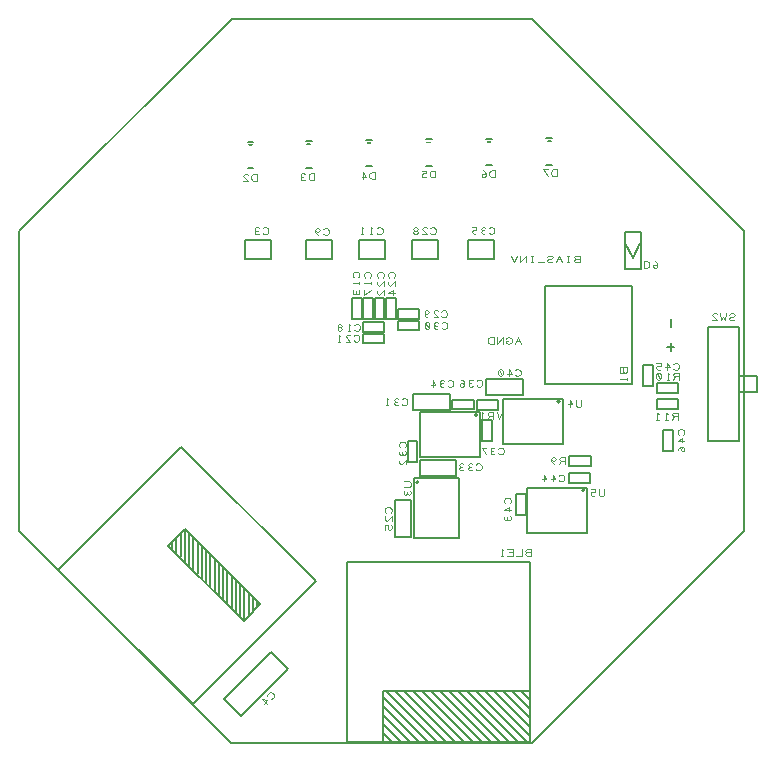
<source format=gbr>
G04 EasyPC Gerber Version 21.0.3 Build 4286 *
G04 #@! TF.Part,Single*
G04 #@! TF.FileFunction,Legend,Bot *
G04 #@! TF.FilePolarity,Positive *
%FSLAX35Y35*%
%MOIN*%
%ADD13C,0.00300*%
%ADD11C,0.00500*%
%ADD18C,0.00600*%
%ADD15C,0.00800*%
X0Y0D02*
D02*
D11*
X51593Y67456D02*
X51946Y67102D01*
Y65688*
X53360Y69224D02*
Y64274D01*
X54775Y70638D02*
Y62860D01*
X56189Y72052D02*
Y61446D01*
X57603Y70638D02*
Y60031D01*
X58805Y13574D02*
X13974Y58405D01*
X54987Y99417*
X99817Y54587*
X58805Y13574*
X59017Y69224D02*
Y58617D01*
X60431Y67810D02*
Y57203D01*
X61846Y66395D02*
Y55789D01*
X63260Y64981D02*
Y54375D01*
X64674Y63567D02*
Y52960D01*
X66088Y62153D02*
Y51546D01*
X67502Y60739D02*
Y50132D01*
X68917Y59324D02*
Y48718D01*
X70331Y57910D02*
Y47304D01*
X71745Y56496D02*
Y45889D01*
X73159Y55082D02*
Y44475D01*
X74574Y53667D02*
Y43061D01*
X75705Y41364D02*
X50673Y66395D01*
X56259Y71981*
X81291Y46950*
X75705Y41364*
X80230Y45889D02*
Y48011D01*
X78816Y49425*
Y44475*
X77402Y43061*
Y50839*
X75988Y52253*
Y41647*
X84725Y161959D02*
X76063D01*
Y168259*
X84725*
Y161959*
X90457Y25200D02*
X74900Y9643D01*
X69243Y15300*
X84800Y30857*
X90457Y25200*
X105125Y161959D02*
X96463D01*
Y168259*
X105125*
Y161959*
X115050Y149150D02*
X111850D01*
Y142050*
X115050*
Y149150*
X118850D02*
X115650D01*
Y142050*
X118850*
Y149150*
X122550Y133850D02*
Y137050D01*
X115450*
Y133850*
X122550*
Y137650D02*
Y140850D01*
X115450*
Y137650*
X122550*
X122650Y149150D02*
X119450D01*
Y142050*
X122650*
Y149150*
X122925Y161959D02*
X114263D01*
Y168259*
X122925*
Y161959*
X126450Y149150D02*
X123250D01*
Y142050*
X126450*
Y149150*
X133650Y101350D02*
X130450D01*
Y94250*
X133650*
Y101350*
X134350Y138250D02*
Y141450D01*
X127250*
Y138250*
X134350*
Y142050D02*
Y145250D01*
X127250*
Y142050*
X134350*
X137350Y1150D02*
X122350Y16150D01*
Y13150*
X134350Y1150*
X131350*
X122350Y10150*
Y7150*
X128350Y1150*
X125350*
X122350Y4150*
X140350Y1150D02*
X123350Y18150D01*
X140525Y161959D02*
X131863D01*
Y168259*
X140525*
Y161959*
X143350Y1150D02*
X126350Y18150D01*
X145350Y115050D02*
Y111850D01*
X152450*
Y115050*
X145350*
X146350Y1150D02*
X129350Y18150D01*
X149350Y1150D02*
X132350Y18150D01*
X152350Y1150D02*
X135350Y18150D01*
X155350Y1150D02*
X138350Y18150D01*
X155350Y101250D02*
X158550D01*
Y108350*
X155350*
Y101250*
X158350Y1150D02*
X141350Y18150D01*
X159325Y161959D02*
X150663D01*
Y168259*
X159325*
Y161959*
X160550Y111750D02*
Y114950D01*
X153450*
Y111750*
X160550*
X161350Y1150D02*
X144350Y18150D01*
X164350Y1150D02*
X147350Y18150D01*
X167350Y1150D02*
X150350Y18150D01*
X168900Y116600D02*
Y121900D01*
X156600*
Y116600*
X168900*
X169750Y83650D02*
X166550D01*
Y76550*
X169750*
Y83650*
X170350Y1150D02*
X153350Y18150D01*
X171350Y1150D02*
X122350D01*
Y18150*
X171350*
Y1150*
X110350*
Y61150*
X171350*
Y1150*
Y3150D02*
X156350Y18150D01*
X171350Y6150D02*
X159350Y18150D01*
X171350Y9150D02*
X162350Y18150D01*
X171350Y12150D02*
X165350Y18150D01*
X171350Y15150D02*
X168350Y18150D01*
X171950Y242050D02*
X71750D01*
X950Y171250*
Y71350*
X71650Y650*
X171750*
X242550Y71450*
Y171350*
X238550Y175350*
X171950Y242050*
X176350Y120450D02*
Y152950D01*
X205350*
Y120450*
X176350*
X191350Y87350D02*
Y90550D01*
X184250*
Y87350*
X191350*
X191450Y93150D02*
Y96350D01*
X184350*
Y93150*
X191450*
X202800Y158700D02*
X208100D01*
Y171000*
X202800*
Y158700*
X202950Y167350D02*
X205450Y162350D01*
X207950Y167350*
X212050Y126750D02*
X208850D01*
Y119650*
X212050*
Y126750*
X213550Y115350D02*
Y112150D01*
X220650*
Y115350*
X213550*
Y120650D02*
Y117450D01*
X220650*
Y120650*
X213550*
X218037Y131450D02*
Y133950D01*
X216787Y132700D02*
X219287D01*
X218037Y139450D02*
Y141950D01*
X218750Y104950D02*
X215550D01*
Y97850*
X218750*
Y104950*
X240950Y139250D02*
Y101250D01*
X230550*
Y139250*
X240950*
X246950Y122850D02*
Y117650D01*
X240950*
Y122850*
X246950*
D02*
D13*
X80150Y188113D02*
Y190363D01*
X79025*
X78650Y190175*
X78463Y189987*
X78275Y189613*
Y188863*
X78463Y188487*
X78650Y188300*
X79025Y188113*
X80150*
X75650D02*
X77150D01*
X75837Y189425*
X75650Y189800*
X75837Y190175*
X76213Y190363*
X76775*
X77150Y190175*
X82075Y170687D02*
X82263Y170500D01*
X82637Y170313*
X83200*
X83575Y170500*
X83763Y170687*
X83950Y171063*
Y171813*
X83763Y172187*
X83575Y172375*
X83200Y172563*
X82637*
X82263Y172375*
X82075Y172187*
X80763Y170500D02*
X80387Y170313D01*
X80013*
X79637Y170500*
X79450Y170875*
X79637Y171250*
X80013Y171437*
X80387*
X80013D02*
X79637Y171625D01*
X79450Y172000*
X79637Y172375*
X80013Y172563*
X80387*
X80763Y172375*
X84761Y15387D02*
X85026D01*
X85424Y15520*
X85822Y15917*
X85954Y16315*
X85955Y16580*
X85822Y16978*
X85291Y17509*
X84894Y17641*
X84628*
X84231Y17509*
X83833Y17111*
X83700Y16713*
Y16448*
X83568Y13664D02*
X81977Y15255D01*
X83700Y14857*
X82640Y13796*
X99250Y188313D02*
Y190563D01*
X98125*
X97750Y190375*
X97563Y190187*
X97375Y189813*
Y189063*
X97563Y188687*
X97750Y188500*
X98125Y188313*
X99250*
X96063Y188500D02*
X95687Y188313D01*
X95313*
X94937Y188500*
X94750Y188875*
X94937Y189250*
X95313Y189437*
X95687*
X95313D02*
X94937Y189625D01*
X94750Y190000*
X94937Y190375*
X95313Y190563*
X95687*
X96063Y190375*
X102275Y170387D02*
X102463Y170200D01*
X102837Y170013*
X103400*
X103775Y170200*
X103963Y170387*
X104150Y170763*
Y171513*
X103963Y171887*
X103775Y172075*
X103400Y172263*
X102837*
X102463Y172075*
X102275Y171887*
X100587Y170013D02*
X100213Y170200D01*
X99837Y170575*
X99650Y171137*
Y171700*
X99837Y172075*
X100213Y172263*
X100587*
X100963Y172075*
X101150Y171700*
X100963Y171325*
X100587Y171137*
X100213*
X99837Y171325*
X99650Y171700*
X112475Y134887D02*
X112663Y134700D01*
X113037Y134513*
X113600*
X113975Y134700*
X114163Y134887*
X114350Y135263*
Y136013*
X114163Y136387*
X113975Y136575*
X113600Y136763*
X113037*
X112663Y136575*
X112475Y136387*
X109850Y134513D02*
X111350D01*
X110037Y135825*
X109850Y136200*
X110037Y136575*
X110413Y136763*
X110975*
X111350Y136575*
X107975Y134513D02*
X107225D01*
X107600D02*
Y136763D01*
X107975Y136387*
X112675Y138487D02*
X112863Y138300D01*
X113237Y138113*
X113800*
X114175Y138300*
X114363Y138487*
X114550Y138863*
Y139613*
X114363Y139987*
X114175Y140175*
X113800Y140363*
X113237*
X112863Y140175*
X112675Y139987*
X111175Y138113D02*
X110425D01*
X110800D02*
Y140363D01*
X111175Y139987*
X107987Y139237D02*
X107613D01*
X107237Y139425*
X107050Y139800*
X107237Y140175*
X107613Y140363*
X107987*
X108363Y140175*
X108550Y139800*
X108363Y139425*
X107987Y139237*
X108363Y139050*
X108550Y138675*
X108363Y138300*
X107987Y138113*
X107613*
X107237Y138300*
X107050Y138675*
X107237Y139050*
X107613Y139237*
X113913Y155875D02*
X114100Y156063D01*
X114287Y156437*
Y157000*
X114100Y157375*
X113913Y157563*
X113537Y157750*
X112787*
X112413Y157563*
X112225Y157375*
X112037Y157000*
Y156437*
X112225Y156063*
X112413Y155875*
X114287Y154375D02*
Y153625D01*
Y154000D02*
X112037D01*
X112413Y154375*
X114100Y151563D02*
X114287Y151187D01*
Y150813*
X114100Y150437*
X113725Y150250*
X113350Y150437*
X113163Y150813*
Y151187*
Y150813D02*
X112975Y150437D01*
X112600Y150250*
X112225Y150437*
X112037Y150813*
Y151187*
X112225Y151563*
X117813Y155775D02*
X118000Y155963D01*
X118187Y156337*
Y156900*
X118000Y157275*
X117813Y157463*
X117437Y157650*
X116687*
X116313Y157463*
X116125Y157275*
X115937Y156900*
Y156337*
X116125Y155963*
X116313Y155775*
X118187Y154275D02*
Y153525D01*
Y153900D02*
X115937D01*
X116313Y154275*
X118187Y151650D02*
X115937Y150150D01*
Y151650*
X119550Y188713D02*
Y190963D01*
X118425*
X118050Y190775*
X117863Y190587*
X117675Y190213*
Y189463*
X117863Y189087*
X118050Y188900*
X118425Y188713*
X119550*
X115613D02*
Y190963D01*
X116550Y189463*
X115050*
X120175Y170687D02*
X120363Y170500D01*
X120737Y170313*
X121300*
X121675Y170500*
X121863Y170687*
X122050Y171063*
Y171813*
X121863Y172187*
X121675Y172375*
X121300Y172563*
X120737*
X120363Y172375*
X120175Y172187*
X118675Y170313D02*
X117925D01*
X118300D02*
Y172563D01*
X118675Y172187*
X115675Y170313D02*
X114925D01*
X115300D02*
Y172563D01*
X115675Y172187*
X122113Y155775D02*
X122300Y155963D01*
X122487Y156337*
Y156900*
X122300Y157275*
X122113Y157463*
X121737Y157650*
X120987*
X120613Y157463*
X120425Y157275*
X120237Y156900*
Y156337*
X120425Y155963*
X120613Y155775*
X122487Y153150D02*
Y154650D01*
X121175Y153337*
X120800Y153150*
X120425Y153337*
X120237Y153713*
Y154275*
X120425Y154650*
X122487Y150150D02*
Y151650D01*
X121175Y150337*
X120800Y150150*
X120425Y150337*
X120237Y150713*
Y151275*
X120425Y151650*
X124713Y77375D02*
X124900Y77563D01*
X125087Y77937*
Y78500*
X124900Y78875*
X124713Y79063*
X124337Y79250*
X123587*
X123213Y79063*
X123025Y78875*
X122837Y78500*
Y77937*
X123025Y77563*
X123213Y77375*
X125087Y74750D02*
Y76250D01*
X123775Y74937*
X123400Y74750*
X123025Y74937*
X122837Y75313*
Y75875*
X123025Y76250*
X124900Y73250D02*
X125087Y72875D01*
Y72313*
X124900Y71937*
X124525Y71750*
X124337*
X123963Y71937*
X123775Y72313*
Y73250*
X122837*
Y71750*
X125813Y155775D02*
X126000Y155963D01*
X126187Y156337*
Y156900*
X126000Y157275*
X125813Y157463*
X125437Y157650*
X124687*
X124313Y157463*
X124125Y157275*
X123937Y156900*
Y156337*
X124125Y155963*
X124313Y155775*
X126187Y153150D02*
Y154650D01*
X124875Y153337*
X124500Y153150*
X124125Y153337*
X123937Y153713*
Y154275*
X124125Y154650*
X126187Y150713D02*
X123937D01*
X125437Y151650*
Y150150*
X129413Y99275D02*
X129600Y99463D01*
X129787Y99837*
Y100400*
X129600Y100775*
X129413Y100963*
X129037Y101150*
X128287*
X127913Y100963*
X127725Y100775*
X127537Y100400*
Y99837*
X127725Y99463*
X127913Y99275*
X129600Y97963D02*
X129787Y97587D01*
Y97213*
X129600Y96837*
X129225Y96650*
X128850Y96837*
X128663Y97213*
Y97587*
Y97213D02*
X128475Y96837D01*
X128100Y96650*
X127725Y96837*
X127537Y97213*
Y97587*
X127725Y97963*
X129787Y93650D02*
Y95150D01*
X128475Y93837*
X128100Y93650*
X127725Y93837*
X127537Y94213*
Y94775*
X127725Y95150*
X128475Y113687D02*
X128663Y113500D01*
X129037Y113313*
X129600*
X129975Y113500*
X130163Y113687*
X130350Y114063*
Y114813*
X130163Y115187*
X129975Y115375*
X129600Y115563*
X129037*
X128663Y115375*
X128475Y115187*
X127163Y113500D02*
X126787Y113313D01*
X126413*
X126037Y113500*
X125850Y113875*
X126037Y114250*
X126413Y114437*
X126787*
X126413D02*
X126037Y114625D01*
X125850Y115000*
X126037Y115375*
X126413Y115563*
X126787*
X127163Y115375*
X123975Y113313D02*
X123225D01*
X123600D02*
Y115563D01*
X123975Y115187*
X129137Y87850D02*
X130825D01*
X131200Y87663*
X131387Y87287*
Y86537*
X131200Y86163*
X130825Y85975*
X129137*
X131200Y84663D02*
X131387Y84287D01*
Y83913*
X131200Y83537*
X130825Y83350*
X130450Y83537*
X130263Y83913*
Y84287*
Y83913D02*
X130075Y83537D01*
X129700Y83350*
X129325Y83537*
X129137Y83913*
Y84287*
X129325Y84663*
X139650Y189213D02*
Y191463D01*
X138525*
X138150Y191275*
X137963Y191087*
X137775Y190713*
Y189963*
X137963Y189587*
X138150Y189400*
X138525Y189213*
X139650*
X136650Y189400D02*
X136275Y189213D01*
X135713*
X135337Y189400*
X135150Y189775*
Y189963*
X135337Y190337*
X135713Y190525*
X136650*
Y191463*
X135150*
X137875Y170687D02*
X138063Y170500D01*
X138437Y170313*
X139000*
X139375Y170500*
X139563Y170687*
X139750Y171063*
Y171813*
X139563Y172187*
X139375Y172375*
X139000Y172563*
X138437*
X138063Y172375*
X137875Y172187*
X135250Y170313D02*
X136750D01*
X135437Y171625*
X135250Y172000*
X135437Y172375*
X135813Y172563*
X136375*
X136750Y172375*
X133187Y171437D02*
X132813D01*
X132437Y171625*
X132250Y172000*
X132437Y172375*
X132813Y172563*
X133187*
X133563Y172375*
X133750Y172000*
X133563Y171625*
X133187Y171437*
X133563Y171250*
X133750Y170875*
X133563Y170500*
X133187Y170313*
X132813*
X132437Y170500*
X132250Y170875*
X132437Y171250*
X132813Y171437*
X141675Y142987D02*
X141863Y142800D01*
X142237Y142613*
X142800*
X143175Y142800*
X143363Y142987*
X143550Y143363*
Y144113*
X143363Y144487*
X143175Y144675*
X142800Y144863*
X142237*
X141863Y144675*
X141675Y144487*
X139050Y142613D02*
X140550D01*
X139237Y143925*
X139050Y144300*
X139237Y144675*
X139613Y144863*
X140175*
X140550Y144675*
X136987Y142613D02*
X136613Y142800D01*
X136237Y143175*
X136050Y143737*
Y144300*
X136237Y144675*
X136613Y144863*
X136987*
X137363Y144675*
X137550Y144300*
X137363Y143925*
X136987Y143737*
X136613*
X136237Y143925*
X136050Y144300*
X141775Y139087D02*
X141963Y138900D01*
X142337Y138713*
X142900*
X143275Y138900*
X143463Y139087*
X143650Y139463*
Y140213*
X143463Y140587*
X143275Y140775*
X142900Y140963*
X142337*
X141963Y140775*
X141775Y140587*
X140463Y138900D02*
X140087Y138713D01*
X139713*
X139337Y138900*
X139150Y139275*
X139337Y139650*
X139713Y139837*
X140087*
X139713D02*
X139337Y140025D01*
X139150Y140400*
X139337Y140775*
X139713Y140963*
X140087*
X140463Y140775*
X137463Y138900D02*
X137087Y138713D01*
X136713*
X136337Y138900*
X136150Y139275*
Y140400*
X136337Y140775*
X136713Y140963*
X137087*
X137463Y140775*
X137650Y140400*
Y139275*
X137463Y138900*
X136337Y140775*
X143775Y119787D02*
X143963Y119600D01*
X144337Y119413*
X144900*
X145275Y119600*
X145463Y119787*
X145650Y120163*
Y120913*
X145463Y121287*
X145275Y121475*
X144900Y121663*
X144337*
X143963Y121475*
X143775Y121287*
X142463Y119600D02*
X142087Y119413D01*
X141713*
X141337Y119600*
X141150Y119975*
X141337Y120350*
X141713Y120537*
X142087*
X141713D02*
X141337Y120725D01*
X141150Y121100*
X141337Y121475*
X141713Y121663*
X142087*
X142463Y121475*
X138713Y119413D02*
Y121663D01*
X139650Y120163*
X138150*
X153175Y91987D02*
X153363Y91800D01*
X153737Y91613*
X154300*
X154675Y91800*
X154863Y91987*
X155050Y92363*
Y93113*
X154863Y93487*
X154675Y93675*
X154300Y93863*
X153737*
X153363Y93675*
X153175Y93487*
X151863Y91800D02*
X151487Y91613D01*
X151113*
X150737Y91800*
X150550Y92175*
X150737Y92550*
X151113Y92737*
X151487*
X151113D02*
X150737Y92925D01*
X150550Y93300*
X150737Y93675*
X151113Y93863*
X151487*
X151863Y93675*
X148863Y91800D02*
X148487Y91613D01*
X148113*
X147737Y91800*
X147550Y92175*
X147737Y92550*
X148113Y92737*
X148487*
X148113D02*
X147737Y92925D01*
X147550Y93300*
X147737Y93675*
X148113Y93863*
X148487*
X148863Y93675*
X153375Y119887D02*
X153563Y119700D01*
X153937Y119513*
X154500*
X154875Y119700*
X155063Y119887*
X155250Y120263*
Y121013*
X155063Y121387*
X154875Y121575*
X154500Y121763*
X153937*
X153563Y121575*
X153375Y121387*
X152063Y119700D02*
X151687Y119513D01*
X151313*
X150937Y119700*
X150750Y120075*
X150937Y120450*
X151313Y120637*
X151687*
X151313D02*
X150937Y120825D01*
X150750Y121200*
X150937Y121575*
X151313Y121763*
X151687*
X152063Y121575*
X149250Y120075D02*
X149063Y120450D01*
X148687Y120637*
X148313*
X147937Y120450*
X147750Y120075*
X147937Y119700*
X148313Y119513*
X148687*
X149063Y119700*
X149250Y120075*
Y120637*
X149063Y121200*
X148687Y121575*
X148313Y121763*
X157475Y170787D02*
X157663Y170600D01*
X158037Y170413*
X158600*
X158975Y170600*
X159163Y170787*
X159350Y171163*
Y171913*
X159163Y172287*
X158975Y172475*
X158600Y172663*
X158037*
X157663Y172475*
X157475Y172287*
X156163Y170600D02*
X155787Y170413D01*
X155413*
X155037Y170600*
X154850Y170975*
X155037Y171350*
X155413Y171537*
X155787*
X155413D02*
X155037Y171725D01*
X154850Y172100*
X155037Y172475*
X155413Y172663*
X155787*
X156163Y172475*
X153350Y170600D02*
X152975Y170413D01*
X152413*
X152037Y170600*
X151850Y170975*
Y171163*
X152037Y171537*
X152413Y171725*
X153350*
Y172663*
X151850*
X159550Y189313D02*
Y191563D01*
X158425*
X158050Y191375*
X157863Y191187*
X157675Y190813*
Y190063*
X157863Y189687*
X158050Y189500*
X158425Y189313*
X159550*
X156550Y189875D02*
X156363Y190250D01*
X155987Y190437*
X155613*
X155237Y190250*
X155050Y189875*
X155237Y189500*
X155613Y189313*
X155987*
X156363Y189500*
X156550Y189875*
Y190437*
X156363Y191000*
X155987Y191375*
X155613Y191563*
X161950Y110963D02*
X161013Y108713D01*
X160075Y110963*
X158950Y108713D02*
Y110963D01*
X157637*
X157263Y110775*
X157075Y110400*
X157263Y110025*
X157637Y109837*
X158950*
X157637D02*
X157075Y108713D01*
X155575D02*
X154825D01*
X155200D02*
Y110963D01*
X155575Y110587*
X160675Y97287D02*
X160863Y97100D01*
X161237Y96913*
X161800*
X162175Y97100*
X162363Y97287*
X162550Y97663*
Y98413*
X162363Y98787*
X162175Y98975*
X161800Y99163*
X161237*
X160863Y98975*
X160675Y98787*
X159363Y97100D02*
X158987Y96913D01*
X158613*
X158237Y97100*
X158050Y97475*
X158237Y97850*
X158613Y98037*
X158987*
X158613D02*
X158237Y98225D01*
X158050Y98600*
X158237Y98975*
X158613Y99163*
X158987*
X159363Y98975*
X156550Y96913D02*
X155050Y99163D01*
X156550*
X164413Y80575D02*
X164600Y80763D01*
X164787Y81137*
Y81700*
X164600Y82075*
X164413Y82263*
X164037Y82450*
X163287*
X162913Y82263*
X162725Y82075*
X162537Y81700*
Y81137*
X162725Y80763*
X162913Y80575*
X164787Y78513D02*
X162537D01*
X164037Y79450*
Y77950*
X164600Y76263D02*
X164787Y75887D01*
Y75513*
X164600Y75137*
X164225Y74950*
X163850Y75137*
X163663Y75513*
Y75887*
Y75513D02*
X163475Y75137D01*
X163100Y74950*
X162725Y75137*
X162537Y75513*
Y75887*
X162725Y76263*
X166175Y123387D02*
X166363Y123200D01*
X166737Y123013*
X167300*
X167675Y123200*
X167863Y123387*
X168050Y123763*
Y124513*
X167863Y124887*
X167675Y125075*
X167300Y125263*
X166737*
X166363Y125075*
X166175Y124887*
X164113Y123013D02*
Y125263D01*
X165050Y123763*
X163550*
X161863Y123200D02*
X161487Y123013D01*
X161113*
X160737Y123200*
X160550Y123575*
Y124700*
X160737Y125075*
X161113Y125263*
X161487*
X161863Y125075*
X162050Y124700*
Y123575*
X161863Y123200*
X160737Y125075*
X168050Y133713D02*
X167113Y135963D01*
X166175Y133713*
X167675Y134650D02*
X166550D01*
X163737D02*
X163175D01*
Y134463*
X163363Y134087*
X163550Y133900*
X163925Y133713*
X164300*
X164675Y133900*
X164863Y134087*
X165050Y134463*
Y135213*
X164863Y135587*
X164675Y135775*
X164300Y135963*
X163925*
X163550Y135775*
X163363Y135587*
X163175Y135213*
X162050Y133713D02*
Y135963D01*
X160175Y133713*
Y135963*
X159050Y133713D02*
Y135963D01*
X157925*
X157550Y135775*
X157363Y135587*
X157175Y135213*
Y134463*
X157363Y134087*
X157550Y133900*
X157925Y133713*
X159050*
X170237Y64237D02*
X169863Y64050D01*
X169675Y63675*
X169863Y63300*
X170237Y63113*
X171550*
Y65363*
X170237*
X169863Y65175*
X169675Y64800*
X169863Y64425*
X170237Y64237*
X171550*
X168550Y65363D02*
Y63113D01*
X166675*
X165550D02*
Y65363D01*
X163675*
X164050Y64237D02*
X165550D01*
Y63113D02*
X163675D01*
X162175D02*
X161425D01*
X161800D02*
Y65363D01*
X162175Y64987*
X180150Y189613D02*
Y191863D01*
X179025*
X178650Y191675*
X178463Y191487*
X178275Y191113*
Y190363*
X178463Y189987*
X178650Y189800*
X179025Y189613*
X180150*
X177150D02*
X175650Y191863D01*
X177150*
X180775Y88287D02*
X180963Y88100D01*
X181337Y87913*
X181900*
X182275Y88100*
X182463Y88287*
X182650Y88663*
Y89413*
X182463Y89787*
X182275Y89975*
X181900Y90163*
X181337*
X180963Y89975*
X180775Y89787*
X178713Y87913D02*
Y90163D01*
X179650Y88663*
X178150*
X175713Y87913D02*
Y90163D01*
X176650Y88663*
X175150*
X182850Y93713D02*
Y95963D01*
X181537*
X181163Y95775*
X180975Y95400*
X181163Y95025*
X181537Y94837*
X182850*
X181537D02*
X180975Y93713D01*
X179287D02*
X178913Y93900D01*
X178537Y94275*
X178350Y94837*
Y95400*
X178537Y95775*
X178913Y95963*
X179287*
X179663Y95775*
X179850Y95400*
X179663Y95025*
X179287Y94837*
X178913*
X178537Y95025*
X178350Y95400*
X186437Y162037D02*
X186063Y161850D01*
X185875Y161475*
X186063Y161100*
X186437Y160913*
X187750*
Y163163*
X186437*
X186063Y162975*
X185875Y162600*
X186063Y162225*
X186437Y162037*
X187750*
X184187Y160913D02*
X183437D01*
X183813D02*
Y163163D01*
X184187D02*
X183437D01*
X181750Y160913D02*
X180813Y163163D01*
X179875Y160913*
X181375Y161850D02*
X180250D01*
X178750Y161475D02*
X178563Y161100D01*
X178187Y160913*
X177437*
X177063Y161100*
X176875Y161475*
X177063Y161850*
X177437Y162037*
X178187*
X178563Y162225*
X178750Y162600*
X178563Y162975*
X178187Y163163*
X177437*
X177063Y162975*
X176875Y162600*
X175750Y160913D02*
X173875D01*
X172187D02*
X171437D01*
X171813D02*
Y163163D01*
X172187D02*
X171437D01*
X169750Y160913D02*
Y163163D01*
X167875Y160913*
Y163163*
X166750D02*
X165813Y160913D01*
X164875Y163163*
X188350Y115063D02*
Y113375D01*
X188163Y113000*
X187787Y112813*
X187037*
X186663Y113000*
X186475Y113375*
Y115063*
X184413Y112813D02*
Y115063D01*
X185350Y113563*
X183850*
X195950Y85363D02*
Y83675D01*
X195763Y83300*
X195387Y83113*
X194637*
X194263Y83300*
X194075Y83675*
Y85363*
X192950Y83300D02*
X192575Y83113D01*
X192013*
X191637Y83300*
X191450Y83675*
Y83863*
X191637Y84237*
X192013Y84425*
X192950*
Y85363*
X191450*
X202263Y124537D02*
X202450Y124163D01*
X202825Y123975*
X203200Y124163*
X203387Y124537*
Y125850*
X201137*
Y124537*
X201325Y124163*
X201700Y123975*
X202075Y124163*
X202263Y124537*
Y125850*
X203387Y122475D02*
Y121725D01*
Y122100D02*
X201137D01*
X201513Y122475*
X209150Y161287D02*
Y159037D01*
X210275*
X210650Y159225*
X210837Y159413*
X211025Y159787*
Y160537*
X210837Y160913*
X210650Y161100*
X210275Y161287*
X209150*
X212713D02*
X213087Y161100D01*
X213463Y160725*
X213650Y160163*
Y159600*
X213463Y159225*
X213087Y159037*
X212713*
X212337Y159225*
X212150Y159600*
X212337Y159975*
X212713Y160163*
X213087*
X213463Y159975*
X213650Y159600*
X220450Y108513D02*
Y110763D01*
X219137*
X218763Y110575*
X218575Y110200*
X218763Y109825*
X219137Y109637*
X220450*
X219137D02*
X218575Y108513D01*
X217075D02*
X216325D01*
X216700D02*
Y110763D01*
X217075Y110387*
X214075Y108513D02*
X213325D01*
X213700D02*
Y110763D01*
X214075Y110387*
X220850Y121813D02*
Y124063D01*
X219537*
X219163Y123875*
X218975Y123500*
X219163Y123125*
X219537Y122937*
X220850*
X219537D02*
X218975Y121813D01*
X217475D02*
X216725D01*
X217100D02*
Y124063D01*
X217475Y123687*
X214663Y122000D02*
X214287Y121813D01*
X213913*
X213537Y122000*
X213350Y122375*
Y123500*
X213537Y123875*
X213913Y124063*
X214287*
X214663Y123875*
X214850Y123500*
Y122375*
X214663Y122000*
X213537Y123875*
X218975Y125487D02*
X219163Y125300D01*
X219537Y125113*
X220100*
X220475Y125300*
X220663Y125487*
X220850Y125863*
Y126613*
X220663Y126987*
X220475Y127175*
X220100Y127363*
X219537*
X219163Y127175*
X218975Y126987*
X216913Y125113D02*
Y127363D01*
X217850Y125863*
X216350*
X214850Y125300D02*
X214475Y125113D01*
X213913*
X213537Y125300*
X213350Y125675*
Y125863*
X213537Y126237*
X213913Y126425*
X214850*
Y127363*
X213350*
X222313Y103475D02*
X222500Y103663D01*
X222687Y104037*
Y104600*
X222500Y104975*
X222313Y105163*
X221937Y105350*
X221187*
X220813Y105163*
X220625Y104975*
X220437Y104600*
Y104037*
X220625Y103663*
X220813Y103475*
X222687Y101413D02*
X220437D01*
X221937Y102350*
Y100850*
X222125Y99350D02*
X221750Y99163D01*
X221563Y98787*
Y98413*
X221750Y98037*
X222125Y97850*
X222500Y98037*
X222687Y98413*
Y98787*
X222500Y99163*
X222125Y99350*
X221563*
X221000Y99163*
X220625Y98787*
X220437Y98413*
X239450Y142175D02*
X239263Y141800D01*
X238887Y141613*
X238137*
X237763Y141800*
X237575Y142175*
X237763Y142550*
X238137Y142737*
X238887*
X239263Y142925*
X239450Y143300*
X239263Y143675*
X238887Y143863*
X238137*
X237763Y143675*
X237575Y143300*
X236450Y143863D02*
X236263Y141613D01*
X235513Y142737*
X234763Y141613*
X234575Y143863*
X231950Y141613D02*
X233450D01*
X232137Y142925*
X231950Y143300*
X232137Y143675*
X232513Y143863*
X233075*
X233450Y143675*
D02*
D15*
X126300Y69300D02*
X131600D01*
Y81600*
X126300*
Y69300*
X132450Y68850D02*
X147450D01*
Y88850*
X132450*
Y68850*
X133558Y87115D02*
G75*
G02Y88009J447D01*
G01*
G75*
G02Y87115J-447*
G01*
X134550Y110850D02*
Y95850D01*
X154550*
Y110850*
X134550*
X144400Y111800D02*
Y117100D01*
X132100*
Y111800*
X144400*
X146700Y89800D02*
Y95100D01*
X134400*
Y89800*
X146700*
X152743Y110091D02*
G75*
G02X153636I447D01*
G01*
G75*
G02X152743I-447*
G01*
X162050Y115350D02*
Y100350D01*
X182050*
Y115350*
X162050*
X170250Y85650D02*
Y70650D01*
X190250*
Y85650*
X170250*
X180243Y114591D02*
G75*
G02X181136I447D01*
G01*
G75*
G02X180243I-447*
G01*
X188443Y84891D02*
G75*
G02X189336I447D01*
G01*
G75*
G02X188443I-447*
G01*
D02*
D18*
X77081Y201138D02*
X78970D01*
X78540Y200054D02*
G75*
G02X77511I-515J1085D01*
G01*
X78970Y192280D02*
X77081D01*
X96481Y201338D02*
X98370D01*
X97940Y200254D02*
G75*
G02X96911I-515J1085D01*
G01*
X98370Y192480D02*
X96481D01*
X116681Y201738D02*
X118570D01*
X118140Y200654D02*
G75*
G02X117111I-515J1085D01*
G01*
X118570Y192880D02*
X116681D01*
X136481Y201938D02*
X138370D01*
X137940Y200854D02*
G75*
G02X136911I-515J1085D01*
G01*
X138370Y193080D02*
X136481D01*
X156481Y202138D02*
X158370D01*
X157940Y201054D02*
G75*
G02X156911I-515J1085D01*
G01*
X158370Y193280D02*
X156481D01*
X176681Y202338D02*
X178570D01*
X178140Y201254D02*
G75*
G02X177111I-515J1085D01*
G01*
X178570Y193480D02*
X176681D01*
X0Y0D02*
M02*

</source>
